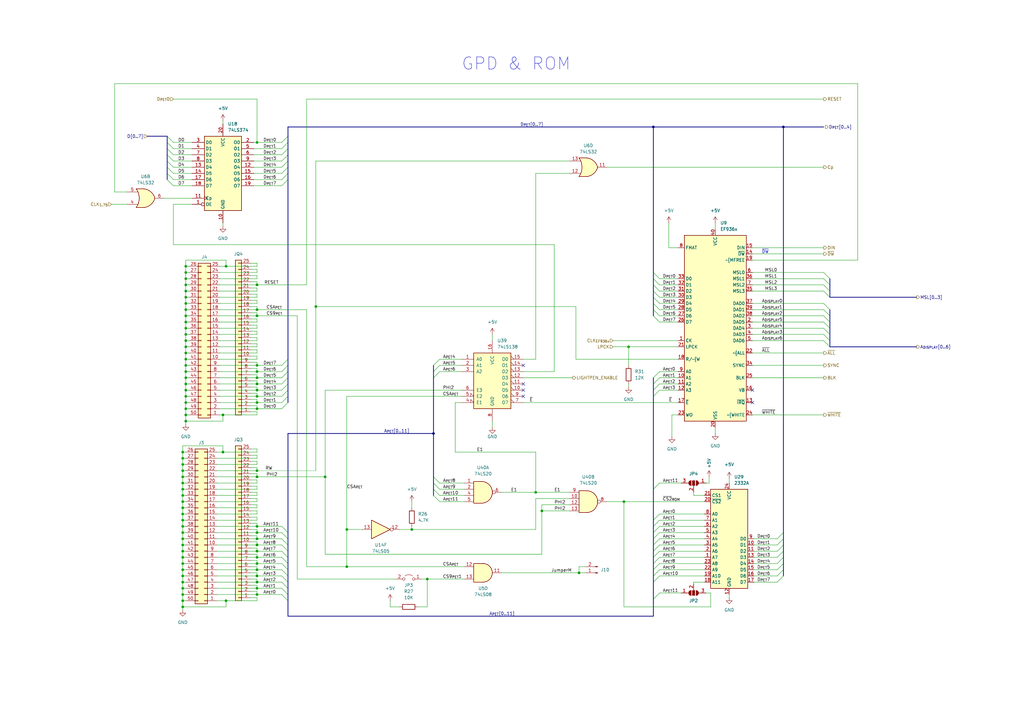
<source format=kicad_sch>
(kicad_sch (version 20230121) (generator eeschema)
  (paper "A3")
  (title_block (title "LOW SPEED GRAPHIK") (date "2022-03-13") (rev "V001") (comment 1 "reverse-engineered in 2022") (comment 2 "creativecommons.org/licenses/by/4.0/") (comment 3 "License: CC BY 4.0") (comment 4 "Author: InsaneDruid"))
  (junction (at 105.41 238.76))
  (junction (at 76.2 111.76))
  (junction (at 74.93 246.38))
  (junction (at 105.41 129.54))
  (junction (at 222.25 209.55))
  (junction (at 255.905 205.74))
  (junction (at 76.2 152.4))
  (junction (at 74.93 248.92))
  (junction (at 175.26 237.49))
  (junction (at 74.93 228.6))
  (junction (at 76.2 134.62))
  (junction (at 105.41 228.6))
  (junction (at 76.2 129.54))
  (junction (at 74.93 218.44))
  (junction (at 105.41 218.44))
  (junction (at 219.71 201.93))
  (junction (at 177.8 177.8))
  (junction (at 142.24 232.41))
  (junction (at 74.93 200.66))
  (junction (at 105.41 127))
  (junction (at 74.93 187.96))
  (junction (at 91.44 170.18))
  (junction (at 168.91 217.17))
  (junction (at 76.2 172.72))
  (junction (at 105.41 193.04))
  (junction (at 237.49 234.95))
  (junction (at 74.93 233.68))
  (junction (at 129.54 125.73))
  (junction (at 74.93 223.52))
  (junction (at 74.93 220.98))
  (junction (at 74.93 243.84))
  (junction (at 105.41 162.56))
  (junction (at 76.2 124.46))
  (junction (at 74.93 210.82))
  (junction (at 105.41 167.64))
  (junction (at 74.93 213.36))
  (junction (at 76.2 157.48))
  (junction (at 267.97 52.07))
  (junction (at 76.2 114.3))
  (junction (at 105.41 233.68))
  (junction (at 105.41 160.02))
  (junction (at 74.93 226.06))
  (junction (at 105.41 231.14))
  (junction (at 74.93 185.42))
  (junction (at 105.41 215.9))
  (junction (at 74.93 241.3))
  (junction (at 74.93 231.14))
  (junction (at 76.2 144.78))
  (junction (at 105.41 241.3))
  (junction (at 92.71 109.22))
  (junction (at 74.93 203.2))
  (junction (at 105.41 223.52))
  (junction (at 74.93 193.04))
  (junction (at 76.2 116.84))
  (junction (at 76.2 170.18))
  (junction (at 76.2 162.56))
  (junction (at 105.41 195.58))
  (junction (at 133.35 195.58))
  (junction (at 142.24 217.17))
  (junction (at 76.2 165.1))
  (junction (at 105.41 149.86))
  (junction (at 321.31 52.07))
  (junction (at 105.41 154.94))
  (junction (at 76.2 154.94))
  (junction (at 105.41 243.84))
  (junction (at 105.41 165.1))
  (junction (at 92.71 246.38))
  (junction (at 76.2 139.7))
  (junction (at 76.2 142.24))
  (junction (at 74.93 238.76))
  (junction (at 76.2 149.86))
  (junction (at 74.93 208.28))
  (junction (at 76.2 132.08))
  (junction (at 74.93 190.5))
  (junction (at 74.93 236.22))
  (junction (at 105.41 58.42))
  (junction (at 74.93 215.9))
  (junction (at 105.41 220.98))
  (junction (at 91.44 185.42))
  (junction (at 76.2 167.64))
  (junction (at 76.2 147.32))
  (junction (at 105.41 226.06))
  (junction (at 74.93 205.74))
  (junction (at 105.41 152.4))
  (junction (at 76.2 137.16))
  (junction (at 74.93 198.12))
  (junction (at 257.81 142.24))
  (junction (at 76.2 121.92))
  (junction (at 105.41 157.48))
  (junction (at 105.41 116.84))
  (junction (at 74.93 195.58))
  (junction (at 76.2 109.22))
  (junction (at 105.41 236.22))
  (junction (at 76.2 160.02))
  (junction (at 76.2 127))
  (junction (at 76.2 119.38))
  (no_connect (at 308.61 165.1))
  (no_connect (at 214.63 162.56))
  (no_connect (at 308.61 160.02))
  (no_connect (at 214.63 160.02))
  (no_connect (at 214.63 157.48))
  (no_connect (at 214.63 149.86))
  (bus_entry (at 267.97 245.745) (size 2.54 -2.54))
  (bus_entry (at 267.97 215.9) (size 2.54 -2.54))
  (bus_entry (at 118.11 241.3) (size -2.54 -2.54))
  (bus_entry (at 267.97 220.98) (size 2.54 -2.54))
  (bus_entry (at 118.11 228.6) (size -2.54 -2.54))
  (bus_entry (at 118.11 243.84) (size -2.54 -2.54))
  (bus_entry (at 267.97 233.68) (size 2.54 -2.54))
  (bus_entry (at 267.97 226.06) (size 2.54 -2.54))
  (bus_entry (at 318.77 223.52) (size 2.54 -2.54))
  (bus_entry (at 318.77 238.76) (size 2.54 -2.54))
  (bus_entry (at 318.77 236.22) (size 2.54 -2.54))
  (bus_entry (at 318.77 231.14) (size 2.54 -2.54))
  (bus_entry (at 318.77 233.68) (size 2.54 -2.54))
  (bus_entry (at 318.77 228.6) (size 2.54 -2.54))
  (bus_entry (at 118.11 220.98) (size -2.54 -2.54))
  (bus_entry (at 337.82 114.3) (size 2.54 2.54))
  (bus_entry (at 267.97 231.14) (size 2.54 -2.54))
  (bus_entry (at 267.97 154.94) (size 2.54 -2.54))
  (bus_entry (at 115.57 71.12) (size 2.54 -2.54))
  (bus_entry (at 115.57 76.2) (size 2.54 -2.54))
  (bus_entry (at 115.57 73.66) (size 2.54 -2.54))
  (bus_entry (at 115.57 66.04) (size 2.54 -2.54))
  (bus_entry (at 115.57 68.58) (size 2.54 -2.54))
  (bus_entry (at 115.57 63.5) (size 2.54 -2.54))
  (bus_entry (at 115.57 60.96) (size 2.54 -2.54))
  (bus_entry (at 115.57 58.42) (size 2.54 -2.54))
  (bus_entry (at 267.97 218.44) (size 2.54 -2.54))
  (bus_entry (at 118.11 246.38) (size -2.54 -2.54))
  (bus_entry (at 68.58 73.66) (size 2.54 2.54))
  (bus_entry (at 68.58 55.88) (size 2.54 2.54))
  (bus_entry (at 68.58 58.42) (size 2.54 2.54))
  (bus_entry (at 68.58 60.96) (size 2.54 2.54))
  (bus_entry (at 68.58 63.5) (size 2.54 2.54))
  (bus_entry (at 68.58 71.12) (size 2.54 2.54))
  (bus_entry (at 68.58 66.04) (size 2.54 2.54))
  (bus_entry (at 68.58 68.58) (size 2.54 2.54))
  (bus_entry (at 118.11 218.44) (size -2.54 -2.54))
  (bus_entry (at 337.82 119.38) (size 2.54 2.54))
  (bus_entry (at 267.97 236.22) (size 2.54 -2.54))
  (bus_entry (at 267.97 213.36) (size 2.54 -2.54))
  (bus_entry (at 118.11 223.52) (size -2.54 -2.54))
  (bus_entry (at 267.97 200.66) (size 2.54 -2.54))
  (bus_entry (at 118.11 233.68) (size -2.54 -2.54))
  (bus_entry (at 337.82 116.84) (size 2.54 2.54))
  (bus_entry (at 267.97 223.52) (size 2.54 -2.54))
  (bus_entry (at 118.11 231.14) (size -2.54 -2.54))
  (bus_entry (at 118.11 165.1) (size -2.54 2.54))
  (bus_entry (at 118.11 152.4) (size -2.54 2.54))
  (bus_entry (at 118.11 149.86) (size -2.54 2.54))
  (bus_entry (at 118.11 147.32) (size -2.54 2.54))
  (bus_entry (at 118.11 160.02) (size -2.54 2.54))
  (bus_entry (at 118.11 162.56) (size -2.54 2.54))
  (bus_entry (at 118.11 157.48) (size -2.54 2.54))
  (bus_entry (at 118.11 154.94) (size -2.54 2.54))
  (bus_entry (at 118.11 226.06) (size -2.54 -2.54))
  (bus_entry (at 177.8 203.2) (size 2.54 2.54))
  (bus_entry (at 177.8 198.12) (size 2.54 2.54))
  (bus_entry (at 177.8 195.58) (size 2.54 2.54))
  (bus_entry (at 177.8 200.66) (size 2.54 2.54))
  (bus_entry (at 180.34 147.32) (size -2.54 2.54))
  (bus_entry (at 180.34 149.86) (size -2.54 2.54))
  (bus_entry (at 180.34 152.4) (size -2.54 2.54))
  (bus_entry (at 267.97 160.02) (size 2.54 -2.54))
  (bus_entry (at 337.82 111.76) (size 2.54 2.54))
  (bus_entry (at 337.82 132.08) (size 2.54 2.54))
  (bus_entry (at 337.82 134.62) (size 2.54 2.54))
  (bus_entry (at 337.82 137.16) (size 2.54 2.54))
  (bus_entry (at 337.82 139.7) (size 2.54 2.54))
  (bus_entry (at 337.82 124.46) (size 2.54 2.54))
  (bus_entry (at 337.82 127) (size 2.54 2.54))
  (bus_entry (at 337.82 129.54) (size 2.54 2.54))
  (bus_entry (at 318.77 226.06) (size 2.54 -2.54))
  (bus_entry (at 118.11 236.22) (size -2.54 -2.54))
  (bus_entry (at 267.97 238.76) (size 2.54 -2.54))
  (bus_entry (at 267.97 157.48) (size 2.54 -2.54))
  (bus_entry (at 118.11 238.76) (size -2.54 -2.54))
  (bus_entry (at 270.51 132.08) (size -2.54 -2.54))
  (bus_entry (at 270.51 114.3) (size -2.54 -2.54))
  (bus_entry (at 270.51 116.84) (size -2.54 -2.54))
  (bus_entry (at 270.51 129.54) (size -2.54 -2.54))
  (bus_entry (at 270.51 127) (size -2.54 -2.54))
  (bus_entry (at 270.51 119.38) (size -2.54 -2.54))
  (bus_entry (at 270.51 121.92) (size -2.54 -2.54))
  (bus_entry (at 270.51 124.46) (size -2.54 -2.54))
  (bus_entry (at 267.97 162.56) (size 2.54 -2.54))
  (bus_entry (at 318.77 220.98) (size 2.54 -2.54))
  (bus_entry (at 267.97 228.6) (size 2.54 -2.54))
  (wire (pts (xy 105.41 198.12) (xy 105.41 196.85)))
  (wire (pts (xy 74.93 205.74) (xy 74.93 208.28)))
  (wire (pts (xy 74.93 233.68) (xy 74.93 236.22)))
  (wire (pts (xy 270.51 231.14) (xy 288.925 231.14)))
  (wire (pts (xy 290.83 198.12) (xy 290.83 195.58)))
  (wire (pts (xy 237.49 232.41) (xy 237.49 234.95)))
  (wire (pts (xy 351.79 34.29) (xy 351.79 106.68)))
  (bus (pts (xy 267.97 200.66) (xy 267.97 213.36)))
  (wire (pts (xy 105.41 167.64) (xy 105.41 166.37)))
  (wire (pts (xy 76.2 114.3) (xy 76.2 116.84)))
  (wire (pts (xy 309.245 220.98) (xy 318.77 220.98)))
  (bus (pts (xy 118.11 71.12) (xy 118.11 73.66)))
  (wire (pts (xy 142.24 162.56) (xy 189.23 162.56)))
  (wire (pts (xy 105.41 237.49) (xy 102.87 237.49)))
  (wire (pts (xy 105.41 129.54) (xy 105.41 128.27)))
  (wire (pts (xy 180.34 205.74) (xy 190.5 205.74)))
  (wire (pts (xy 74.93 208.28) (xy 74.93 210.82)))
  (wire (pts (xy 308.61 137.16) (xy 337.82 137.16)))
  (wire (pts (xy 105.41 223.52) (xy 115.57 223.52)))
  (wire (pts (xy 308.61 124.46) (xy 337.82 124.46)))
  (wire (pts (xy 105.41 195.58) (xy 105.41 194.31)))
  (bus (pts (xy 267.97 231.14) (xy 267.97 233.68)))
  (wire (pts (xy 105.41 210.82) (xy 105.41 209.55)))
  (bus (pts (xy 267.97 218.44) (xy 267.97 220.98)))
  (wire (pts (xy 142.24 162.56) (xy 142.24 217.17)))
  (wire (pts (xy 90.17 157.48) (xy 105.41 157.48)))
  (wire (pts (xy 105.41 233.68) (xy 115.57 233.68)))
  (wire (pts (xy 278.13 121.92) (xy 270.51 121.92)))
  (wire (pts (xy 91.44 185.42) (xy 105.41 185.42)))
  (bus (pts (xy 177.8 203.2) (xy 177.8 200.66)))
  (wire (pts (xy 76.2 160.02) (xy 77.47 160.02)))
  (wire (pts (xy 105.41 133.35) (xy 102.87 133.35)))
  (wire (pts (xy 76.2 215.9) (xy 74.93 215.9)))
  (wire (pts (xy 76.2 106.68) (xy 92.71 106.68)))
  (wire (pts (xy 88.9 208.28) (xy 105.41 208.28)))
  (wire (pts (xy 91.44 49.53) (xy 91.44 50.8)))
  (wire (pts (xy 105.41 245.11) (xy 102.87 245.11)))
  (wire (pts (xy 105.41 227.33) (xy 102.87 227.33)))
  (bus (pts (xy 267.97 119.38) (xy 267.97 121.92)))
  (wire (pts (xy 105.41 161.29) (xy 102.87 161.29)))
  (wire (pts (xy 214.63 147.32) (xy 219.71 147.32)))
  (wire (pts (xy 105.41 114.3) (xy 105.41 113.03)))
  (bus (pts (xy 267.97 124.46) (xy 267.97 127)))
  (bus (pts (xy 340.36 137.16) (xy 340.36 139.7)))
  (wire (pts (xy 251.46 139.7) (xy 278.13 139.7)))
  (wire (pts (xy 92.71 106.68) (xy 92.71 109.22)))
  (wire (pts (xy 104.14 68.58) (xy 115.57 68.58)))
  (wire (pts (xy 90.17 165.1) (xy 105.41 165.1)))
  (wire (pts (xy 105.41 187.96) (xy 105.41 186.69)))
  (wire (pts (xy 88.9 220.98) (xy 105.41 220.98)))
  (wire (pts (xy 77.47 116.84) (xy 76.2 116.84)))
  (wire (pts (xy 76.2 111.76) (xy 76.2 114.3)))
  (wire (pts (xy 77.47 127) (xy 76.2 127)))
  (wire (pts (xy 105.41 224.79) (xy 102.87 224.79)))
  (wire (pts (xy 308.61 101.6) (xy 337.82 101.6)))
  (wire (pts (xy 105.41 109.22) (xy 105.41 107.95)))
  (wire (pts (xy 74.93 182.88) (xy 91.44 182.88)))
  (wire (pts (xy 278.13 124.46) (xy 270.51 124.46)))
  (wire (pts (xy 77.47 109.22) (xy 76.2 109.22)))
  (wire (pts (xy 105.41 218.44) (xy 105.41 217.17)))
  (wire (pts (xy 74.93 236.22) (xy 74.93 238.76)))
  (bus (pts (xy 321.31 231.14) (xy 321.31 233.68)))
  (wire (pts (xy 180.34 149.86) (xy 189.23 149.86)))
  (wire (pts (xy 125.73 127) (xy 125.73 232.41)))
  (wire (pts (xy 201.93 137.16) (xy 201.93 139.7)))
  (bus (pts (xy 118.11 162.56) (xy 118.11 160.02)))
  (wire (pts (xy 278.13 129.54) (xy 270.51 129.54)))
  (wire (pts (xy 105.41 208.28) (xy 105.41 207.01)))
  (bus (pts (xy 68.58 60.96) (xy 68.58 63.5)))
  (wire (pts (xy 255.905 248.92) (xy 291.465 248.92)))
  (wire (pts (xy 171.45 248.92) (xy 175.26 248.92)))
  (wire (pts (xy 270.51 210.82) (xy 288.925 210.82)))
  (wire (pts (xy 88.9 205.74) (xy 105.41 205.74)))
  (wire (pts (xy 90.17 154.94) (xy 105.41 154.94)))
  (wire (pts (xy 76.2 167.64) (xy 77.47 167.64)))
  (wire (pts (xy 77.47 154.94) (xy 76.2 154.94)))
  (wire (pts (xy 90.17 127) (xy 105.41 127)))
  (wire (pts (xy 77.47 142.24) (xy 76.2 142.24)))
  (wire (pts (xy 288.925 203.2) (xy 284.48 203.2)))
  (bus (pts (xy 118.11 220.98) (xy 118.11 223.52)))
  (wire (pts (xy 46.99 34.29) (xy 351.79 34.29)))
  (wire (pts (xy 74.93 231.14) (xy 74.93 233.68)))
  (wire (pts (xy 105.41 127) (xy 125.73 127)))
  (wire (pts (xy 121.92 129.54) (xy 121.92 237.49)))
  (wire (pts (xy 105.41 231.14) (xy 105.41 229.87)))
  (wire (pts (xy 105.41 220.98) (xy 115.57 220.98)))
  (wire (pts (xy 121.92 237.49) (xy 162.56 237.49)))
  (wire (pts (xy 74.93 228.6) (xy 74.93 231.14)))
  (wire (pts (xy 74.93 213.36) (xy 74.93 215.9)))
  (bus (pts (xy 267.97 226.06) (xy 267.97 228.6)))
  (wire (pts (xy 180.34 198.12) (xy 190.5 198.12)))
  (bus (pts (xy 340.36 116.84) (xy 340.36 119.38)))
  (wire (pts (xy 88.9 238.76) (xy 105.41 238.76)))
  (wire (pts (xy 76.2 220.98) (xy 74.93 220.98)))
  (wire (pts (xy 291.465 243.205) (xy 289.56 243.205)))
  (wire (pts (xy 78.74 83.82) (xy 71.12 83.82)))
  (wire (pts (xy 275.59 170.18) (xy 275.59 179.07)))
  (bus (pts (xy 118.11 231.14) (xy 118.11 233.68)))
  (wire (pts (xy 308.61 132.08) (xy 337.82 132.08)))
  (wire (pts (xy 74.93 215.9) (xy 74.93 218.44)))
  (wire (pts (xy 308.61 129.54) (xy 337.82 129.54)))
  (bus (pts (xy 340.36 134.62) (xy 340.36 137.16)))
  (wire (pts (xy 76.2 241.3) (xy 74.93 241.3)))
  (wire (pts (xy 76.2 231.14) (xy 74.93 231.14)))
  (wire (pts (xy 105.41 115.57) (xy 102.87 115.57)))
  (wire (pts (xy 105.41 166.37) (xy 102.87 166.37)))
  (wire (pts (xy 76.2 170.18) (xy 76.2 172.72)))
  (wire (pts (xy 309.245 226.06) (xy 318.77 226.06)))
  (wire (pts (xy 105.41 191.77) (xy 102.87 191.77)))
  (wire (pts (xy 309.245 228.6) (xy 318.77 228.6)))
  (wire (pts (xy 105.41 163.83) (xy 102.87 163.83)))
  (wire (pts (xy 308.61 114.3) (xy 337.82 114.3)))
  (wire (pts (xy 76.2 154.94) (xy 76.2 157.48)))
  (wire (pts (xy 255.905 205.74) (xy 288.925 205.74)))
  (wire (pts (xy 284.48 201.93) (xy 284.48 203.2)))
  (wire (pts (xy 105.41 165.1) (xy 105.41 163.83)))
  (wire (pts (xy 76.2 238.76) (xy 74.93 238.76)))
  (wire (pts (xy 45.72 83.82) (xy 52.07 83.82)))
  (bus (pts (xy 321.31 52.07) (xy 337.82 52.07)))
  (wire (pts (xy 105.41 196.85) (xy 102.87 196.85)))
  (wire (pts (xy 91.44 91.44) (xy 91.44 92.71)))
  (wire (pts (xy 105.41 199.39) (xy 102.87 199.39)))
  (wire (pts (xy 88.9 215.9) (xy 105.41 215.9)))
  (wire (pts (xy 90.17 144.78) (xy 105.41 144.78)))
  (bus (pts (xy 177.8 200.66) (xy 177.8 198.12)))
  (wire (pts (xy 105.41 228.6) (xy 115.57 228.6)))
  (bus (pts (xy 267.97 238.76) (xy 267.97 245.745)))
  (wire (pts (xy 105.41 213.36) (xy 105.41 212.09)))
  (wire (pts (xy 77.47 114.3) (xy 76.2 114.3)))
  (wire (pts (xy 308.61 170.18) (xy 337.82 170.18)))
  (wire (pts (xy 76.2 233.68) (xy 74.93 233.68)))
  (wire (pts (xy 88.9 218.44) (xy 105.41 218.44)))
  (wire (pts (xy 105.41 132.08) (xy 105.41 130.81)))
  (wire (pts (xy 129.54 66.04) (xy 233.68 66.04)))
  (wire (pts (xy 278.13 160.02) (xy 270.51 160.02)))
  (wire (pts (xy 74.93 185.42) (xy 74.93 187.96)))
  (wire (pts (xy 255.905 205.74) (xy 255.905 248.92)))
  (wire (pts (xy 105.41 218.44) (xy 115.57 218.44)))
  (wire (pts (xy 309.245 238.76) (xy 318.77 238.76)))
  (wire (pts (xy 105.41 214.63) (xy 102.87 214.63)))
  (wire (pts (xy 219.71 71.12) (xy 233.68 71.12)))
  (wire (pts (xy 77.47 129.54) (xy 76.2 129.54)))
  (wire (pts (xy 180.34 152.4) (xy 189.23 152.4)))
  (wire (pts (xy 76.2 193.04) (xy 74.93 193.04)))
  (bus (pts (xy 118.11 226.06) (xy 118.11 228.6)))
  (wire (pts (xy 237.49 234.95) (xy 205.74 234.95)))
  (wire (pts (xy 92.71 246.38) (xy 105.41 246.38)))
  (wire (pts (xy 90.17 162.56) (xy 105.41 162.56)))
  (wire (pts (xy 90.17 147.32) (xy 105.41 147.32)))
  (wire (pts (xy 219.71 185.42) (xy 219.71 201.93)))
  (wire (pts (xy 278.13 101.6) (xy 274.32 101.6)))
  (wire (pts (xy 76.2 116.84) (xy 76.2 119.38)))
  (wire (pts (xy 91.44 170.18) (xy 105.41 170.18)))
  (bus (pts (xy 177.8 149.86) (xy 177.8 152.4)))
  (wire (pts (xy 293.37 91.44) (xy 293.37 93.98)))
  (wire (pts (xy 290.83 198.12) (xy 289.56 198.12)))
  (wire (pts (xy 214.63 154.94) (xy 234.95 154.94)))
  (wire (pts (xy 90.17 109.22) (xy 92.71 109.22)))
  (wire (pts (xy 105.41 168.91) (xy 102.87 168.91)))
  (wire (pts (xy 76.2 187.96) (xy 74.93 187.96)))
  (wire (pts (xy 222.25 209.55) (xy 233.68 209.55)))
  (wire (pts (xy 76.2 246.38) (xy 74.93 246.38)))
  (wire (pts (xy 270.51 226.06) (xy 288.925 226.06)))
  (wire (pts (xy 88.9 236.22) (xy 105.41 236.22)))
  (wire (pts (xy 105.41 240.03) (xy 102.87 240.03)))
  (wire (pts (xy 76.2 205.74) (xy 74.93 205.74)))
  (wire (pts (xy 71.12 100.33) (xy 227.33 100.33)))
  (bus (pts (xy 267.97 114.3) (xy 267.97 116.84)))
  (wire (pts (xy 105.41 113.03) (xy 102.87 113.03)))
  (wire (pts (xy 88.9 243.84) (xy 105.41 243.84)))
  (wire (pts (xy 133.35 195.58) (xy 133.35 227.33)))
  (wire (pts (xy 67.31 81.28) (xy 78.74 81.28)))
  (wire (pts (xy 142.24 217.17) (xy 142.24 232.41)))
  (bus (pts (xy 321.31 226.06) (xy 321.31 228.6)))
  (wire (pts (xy 76.2 173.99) (xy 76.2 172.72)))
  (wire (pts (xy 104.14 58.42) (xy 105.41 58.42)))
  (wire (pts (xy 299.085 243.84) (xy 299.085 245.11)))
  (bus (pts (xy 267.97 52.07) (xy 267.97 111.76)))
  (wire (pts (xy 105.41 200.66) (xy 105.41 199.39)))
  (wire (pts (xy 222.25 209.55) (xy 222.25 227.33)))
  (wire (pts (xy 105.41 243.84) (xy 105.41 242.57)))
  (wire (pts (xy 309.245 236.22) (xy 318.77 236.22)))
  (wire (pts (xy 270.51 236.22) (xy 288.925 236.22)))
  (wire (pts (xy 91.44 182.88) (xy 91.44 185.42)))
  (wire (pts (xy 76.2 226.06) (xy 74.93 226.06)))
  (wire (pts (xy 74.93 250.19) (xy 74.93 248.92)))
  (wire (pts (xy 105.41 58.42) (xy 115.57 58.42)))
  (wire (pts (xy 105.41 139.7) (xy 105.41 138.43)))
  (wire (pts (xy 71.12 63.5) (xy 78.74 63.5)))
  (wire (pts (xy 76.2 228.6) (xy 74.93 228.6)))
  (wire (pts (xy 46.99 34.29) (xy 46.99 78.74)))
  (bus (pts (xy 118.11 160.02) (xy 118.11 157.48)))
  (wire (pts (xy 76.2 137.16) (xy 76.2 139.7)))
  (bus (pts (xy 321.31 223.52) (xy 321.31 226.06)))
  (wire (pts (xy 105.41 137.16) (xy 90.17 137.16)))
  (wire (pts (xy 90.17 132.08) (xy 105.41 132.08)))
  (bus (pts (xy 267.97 245.745) (xy 267.97 252.73)))
  (wire (pts (xy 77.47 137.16) (xy 76.2 137.16)))
  (bus (pts (xy 177.8 195.58) (xy 177.8 198.12)))
  (wire (pts (xy 88.9 241.3) (xy 105.41 241.3)))
  (wire (pts (xy 92.71 109.22) (xy 105.41 109.22)))
  (wire (pts (xy 270.51 215.9) (xy 288.925 215.9)))
  (wire (pts (xy 278.13 127) (xy 270.51 127)))
  (wire (pts (xy 76.2 185.42) (xy 74.93 185.42)))
  (wire (pts (xy 309.245 231.14) (xy 318.77 231.14)))
  (bus (pts (xy 118.11 73.66) (xy 118.11 147.32)))
  (wire (pts (xy 77.47 157.48) (xy 76.2 157.48)))
  (wire (pts (xy 105.41 236.22) (xy 115.57 236.22)))
  (wire (pts (xy 88.9 185.42) (xy 91.44 185.42)))
  (wire (pts (xy 105.41 185.42) (xy 105.41 184.15)))
  (wire (pts (xy 248.92 205.74) (xy 255.905 205.74)))
  (wire (pts (xy 46.99 78.74) (xy 52.07 78.74)))
  (wire (pts (xy 219.71 217.17) (xy 219.71 204.47)))
  (wire (pts (xy 105.41 116.84) (xy 125.73 116.84)))
  (bus (pts (xy 118.11 66.04) (xy 118.11 68.58)))
  (bus (pts (xy 118.11 60.96) (xy 118.11 63.5)))
  (wire (pts (xy 71.12 58.42) (xy 78.74 58.42)))
  (bus (pts (xy 340.36 142.24) (xy 375.92 142.24)))
  (wire (pts (xy 236.22 147.32) (xy 278.13 147.32)))
  (bus (pts (xy 118.11 68.58) (xy 118.11 71.12)))
  (wire (pts (xy 175.26 237.49) (xy 190.5 237.49)))
  (bus (pts (xy 340.36 114.3) (xy 340.36 116.84)))
  (wire (pts (xy 76.2 165.1) (xy 76.2 162.56)))
  (wire (pts (xy 76.2 203.2) (xy 74.93 203.2)))
  (bus (pts (xy 118.11 52.07) (xy 118.11 55.88)))
  (wire (pts (xy 88.9 200.66) (xy 105.41 200.66)))
  (wire (pts (xy 125.73 232.41) (xy 142.24 232.41)))
  (wire (pts (xy 222.25 227.33) (xy 133.35 227.33)))
  (bus (pts (xy 267.97 220.98) (xy 267.97 223.52)))
  (wire (pts (xy 71.12 83.82) (xy 71.12 100.33)))
  (wire (pts (xy 90.17 152.4) (xy 105.41 152.4)))
  (bus (pts (xy 340.36 132.08) (xy 340.36 134.62)))
  (wire (pts (xy 105.41 156.21) (xy 102.87 156.21)))
  (wire (pts (xy 105.41 215.9) (xy 115.57 215.9)))
  (bus (pts (xy 118.11 58.42) (xy 118.11 60.96)))
  (wire (pts (xy 105.41 236.22) (xy 105.41 234.95)))
  (wire (pts (xy 270.51 116.84) (xy 278.13 116.84)))
  (wire (pts (xy 115.57 157.48) (xy 105.41 157.48)))
  (wire (pts (xy 270.51 213.36) (xy 288.925 213.36)))
  (wire (pts (xy 76.2 147.32) (xy 76.2 149.86)))
  (wire (pts (xy 74.93 238.76) (xy 74.93 241.3)))
  (wire (pts (xy 115.57 154.94) (xy 105.41 154.94)))
  (bus (pts (xy 340.36 139.7) (xy 340.36 142.24)))
  (wire (pts (xy 105.41 128.27) (xy 102.87 128.27)))
  (wire (pts (xy 88.9 187.96) (xy 105.41 187.96)))
  (wire (pts (xy 105.41 226.06) (xy 115.57 226.06)))
  (bus (pts (xy 267.97 228.6) (xy 267.97 231.14)))
  (wire (pts (xy 74.93 185.42) (xy 74.93 182.88)))
  (wire (pts (xy 76.2 109.22) (xy 76.2 111.76)))
  (wire (pts (xy 88.9 223.52) (xy 105.41 223.52)))
  (bus (pts (xy 340.36 121.92) (xy 375.92 121.92)))
  (wire (pts (xy 219.71 71.12) (xy 219.71 147.32)))
  (wire (pts (xy 270.51 220.98) (xy 288.925 220.98)))
  (wire (pts (xy 88.9 193.04) (xy 105.41 193.04)))
  (wire (pts (xy 76.2 208.28) (xy 74.93 208.28)))
  (wire (pts (xy 309.245 223.52) (xy 318.77 223.52)))
  (wire (pts (xy 88.9 226.06) (xy 105.41 226.06)))
  (wire (pts (xy 77.47 149.86) (xy 76.2 149.86)))
  (wire (pts (xy 270.51 218.44) (xy 288.925 218.44)))
  (wire (pts (xy 76.2 190.5) (xy 74.93 190.5)))
  (wire (pts (xy 77.47 147.32) (xy 76.2 147.32)))
  (wire (pts (xy 88.9 190.5) (xy 105.41 190.5)))
  (wire (pts (xy 76.2 134.62) (xy 76.2 137.16)))
  (wire (pts (xy 77.47 144.78) (xy 76.2 144.78)))
  (bus (pts (xy 118.11 236.22) (xy 118.11 238.76)))
  (wire (pts (xy 90.17 121.92) (xy 105.41 121.92)))
  (bus (pts (xy 118.11 63.5) (xy 118.11 66.04)))
  (wire (pts (xy 105.41 193.04) (xy 105.41 191.77)))
  (wire (pts (xy 236.22 125.73) (xy 129.54 125.73)))
  (wire (pts (xy 278.13 170.18) (xy 275.59 170.18)))
  (wire (pts (xy 105.41 222.25) (xy 102.87 222.25)))
  (bus (pts (xy 267.97 223.52) (xy 267.97 226.06)))
  (wire (pts (xy 90.17 119.38) (xy 105.41 119.38)))
  (wire (pts (xy 104.14 66.04) (xy 115.57 66.04)))
  (wire (pts (xy 105.41 193.04) (xy 129.54 193.04)) (stroke (width 0.1)))
  (wire (pts (xy 104.14 76.2) (xy 115.57 76.2)))
  (wire (pts (xy 278.13 119.38) (xy 270.51 119.38)))
  (bus (pts (xy 118.11 218.44) (xy 118.11 220.98)))
  (bus (pts (xy 267.97 154.94) (xy 267.97 157.48)))
  (wire (pts (xy 105.41 219.71) (xy 102.87 219.71)))
  (wire (pts (xy 115.57 160.02) (xy 105.41 160.02)))
  (wire (pts (xy 76.2 160.02) (xy 76.2 162.56)))
  (wire (pts (xy 74.93 187.96) (xy 74.93 190.5)))
  (wire (pts (xy 88.9 195.58) (xy 105.41 195.58)))
  (wire (pts (xy 105.41 146.05) (xy 102.87 146.05)))
  (wire (pts (xy 129.54 125.73) (xy 129.54 193.04)))
  (wire (pts (xy 168.91 215.9) (xy 168.91 217.17)))
  (wire (pts (xy 74.93 246.38) (xy 74.93 248.92)))
  (wire (pts (xy 77.47 124.46) (xy 76.2 124.46)))
  (wire (pts (xy 90.17 139.7) (xy 105.41 139.7)))
  (wire (pts (xy 105.41 246.38) (xy 105.41 245.11)))
  (wire (pts (xy 172.72 237.49) (xy 175.26 237.49)))
  (wire (pts (xy 233.68 201.93) (xy 219.71 201.93)))
  (wire (pts (xy 71.12 71.12) (xy 78.74 71.12)))
  (wire (pts (xy 105.41 116.84) (xy 105.41 115.57)))
  (wire (pts (xy 104.14 73.66) (xy 115.57 73.66)))
  (wire (pts (xy 105.41 220.98) (xy 105.41 219.71)))
  (wire (pts (xy 105.41 149.86) (xy 105.41 148.59)))
  (wire (pts (xy 270.51 243.205) (xy 279.4 243.205)))
  (wire (pts (xy 76.2 121.92) (xy 76.2 124.46)))
  (wire (pts (xy 105.41 234.95) (xy 102.87 234.95)))
  (wire (pts (xy 308.61 139.7) (xy 337.82 139.7)))
  (wire (pts (xy 293.37 175.26) (xy 293.37 177.8)))
  (wire (pts (xy 219.71 204.47) (xy 233.68 204.47)))
  (wire (pts (xy 299.085 196.215) (xy 299.085 198.12)))
  (wire (pts (xy 105.41 157.48) (xy 105.41 156.21)))
  (wire (pts (xy 76.2 210.82) (xy 74.93 210.82)))
  (wire (pts (xy 77.47 170.18) (xy 76.2 170.18)))
  (wire (pts (xy 308.61 154.94) (xy 337.82 154.94)))
  (wire (pts (xy 240.03 234.95) (xy 237.49 234.95)))
  (wire (pts (xy 76.2 124.46) (xy 76.2 127)))
  (wire (pts (xy 133.35 160.02) (xy 189.23 160.02)))
  (wire (pts (xy 270.51 233.68) (xy 288.925 233.68)))
  (wire (pts (xy 105.41 194.31) (xy 102.87 194.31)))
  (bus (pts (xy 267.97 252.73) (xy 118.11 252.73)))
  (wire (pts (xy 76.2 195.58) (xy 74.93 195.58)))
  (wire (pts (xy 77.47 119.38) (xy 76.2 119.38)))
  (wire (pts (xy 91.44 172.72) (xy 91.44 170.18)))
  (wire (pts (xy 105.41 184.15) (xy 102.87 184.15)))
  (wire (pts (xy 105.41 135.89) (xy 102.87 135.89)))
  (wire (pts (xy 90.17 170.18) (xy 91.44 170.18)))
  (wire (pts (xy 88.9 198.12) (xy 105.41 198.12)))
  (wire (pts (xy 105.41 134.62) (xy 105.41 133.35)))
  (wire (pts (xy 180.34 200.66) (xy 190.5 200.66)))
  (wire (pts (xy 201.93 172.72) (xy 201.93 175.26)))
  (wire (pts (xy 308.61 149.86) (xy 337.82 149.86)))
  (wire (pts (xy 74.93 195.58) (xy 74.93 198.12)))
  (wire (pts (xy 168.91 217.17) (xy 219.71 217.17)))
  (bus (pts (xy 267.97 127) (xy 267.97 129.54)))
  (wire (pts (xy 74.93 243.84) (xy 74.93 246.38)))
  (wire (pts (xy 71.12 60.96) (xy 78.74 60.96)))
  (wire (pts (xy 180.34 203.2) (xy 190.5 203.2)))
  (wire (pts (xy 74.93 223.52) (xy 74.93 226.06)))
  (wire (pts (xy 105.41 238.76) (xy 115.57 238.76)))
  (wire (pts (xy 105.41 160.02) (xy 105.41 158.75)))
  (wire (pts (xy 88.9 228.6) (xy 105.41 228.6)))
  (wire (pts (xy 291.465 248.92) (xy 291.465 243.205)))
  (wire (pts (xy 168.91 205.74) (xy 168.91 208.28)))
  (bus (pts (xy 68.58 58.42) (xy 68.58 60.96)))
  (wire (pts (xy 115.57 167.64) (xy 105.41 167.64)))
  (wire (pts (xy 77.47 134.62) (xy 76.2 134.62)))
  (wire (pts (xy 105.41 147.32) (xy 105.41 146.05)))
  (bus (pts (xy 177.8 177.8) (xy 177.8 195.58)))
  (wire (pts (xy 105.41 140.97) (xy 102.87 140.97)))
  (wire (pts (xy 105.41 111.76) (xy 105.41 110.49)))
  (wire (pts (xy 308.61 134.62) (xy 337.82 134.62)))
  (wire (pts (xy 160.02 248.92) (xy 163.83 248.92)))
  (bus (pts (xy 68.58 71.12) (xy 68.58 73.66)))
  (wire (pts (xy 257.81 142.24) (xy 257.81 149.86)))
  (wire (pts (xy 105.41 143.51) (xy 102.87 143.51)))
  (wire (pts (xy 90.17 160.02) (xy 105.41 160.02)))
  (bus (pts (xy 118.11 154.94) (xy 118.11 157.48)))
  (wire (pts (xy 278.13 132.08) (xy 270.51 132.08)))
  (wire (pts (xy 278.13 114.3) (xy 270.51 114.3)))
  (bus (pts (xy 267.97 215.9) (xy 267.97 218.44)))
  (wire (pts (xy 308.61 104.14) (xy 337.82 104.14)))
  (wire (pts (xy 88.9 231.14) (xy 105.41 231.14)))
  (wire (pts (xy 76.2 236.22) (xy 74.93 236.22)))
  (wire (pts (xy 105.41 231.14) (xy 115.57 231.14)))
  (wire (pts (xy 104.14 60.96) (xy 115.57 60.96)))
  (bus (pts (xy 118.11 238.76) (xy 118.11 241.3)))
  (wire (pts (xy 105.41 203.2) (xy 105.41 201.93)))
  (wire (pts (xy 76.2 200.66) (xy 74.93 200.66)))
  (wire (pts (xy 105.41 229.87) (xy 102.87 229.87)))
  (wire (pts (xy 104.14 63.5) (xy 115.57 63.5)))
  (wire (pts (xy 76.2 127) (xy 76.2 129.54)))
  (wire (pts (xy 115.57 149.86) (xy 105.41 149.86)))
  (wire (pts (xy 278.13 157.48) (xy 270.51 157.48)))
  (bus (pts (xy 267.97 233.68) (xy 267.97 236.22)))
  (bus (pts (xy 267.97 111.76) (xy 267.97 114.3)))
  (wire (pts (xy 77.47 111.76) (xy 76.2 111.76)))
  (bus (pts (xy 118.11 177.8) (xy 118.11 218.44)))
  (wire (pts (xy 90.17 124.46) (xy 105.41 124.46)))
  (wire (pts (xy 105.41 170.18) (xy 105.41 168.91)))
  (bus (pts (xy 267.97 52.07) (xy 321.31 52.07)))
  (wire (pts (xy 105.41 204.47) (xy 102.87 204.47)))
  (bus (pts (xy 267.97 162.56) (xy 267.97 200.66)))
  (wire (pts (xy 142.24 232.41) (xy 190.5 232.41)))
  (wire (pts (xy 105.41 40.64) (xy 105.41 58.42)))
  (wire (pts (xy 74.93 198.12) (xy 74.93 200.66)))
  (wire (pts (xy 105.41 158.75) (xy 102.87 158.75)))
  (wire (pts (xy 77.47 139.7) (xy 76.2 139.7)))
  (wire (pts (xy 205.74 201.93) (xy 219.71 201.93)))
  (wire (pts (xy 76.2 129.54) (xy 76.2 132.08)))
  (wire (pts (xy 257.81 142.24) (xy 278.13 142.24)))
  (bus (pts (xy 321.31 52.07) (xy 321.31 218.44)))
  (wire (pts (xy 105.41 217.17) (xy 102.87 217.17)))
  (wire (pts (xy 142.24 217.17) (xy 148.59 217.17)))
  (wire (pts (xy 105.41 138.43) (xy 102.87 138.43)))
  (wire (pts (xy 278.13 152.4) (xy 270.51 152.4)))
  (wire (pts (xy 105.41 223.52) (xy 105.41 222.25)))
  (wire (pts (xy 284.48 238.76) (xy 284.48 239.395)))
  (bus (pts (xy 267.97 121.92) (xy 267.97 124.46)))
  (wire (pts (xy 105.41 142.24) (xy 105.41 140.97)))
  (wire (pts (xy 90.17 116.84) (xy 105.41 116.84)))
  (wire (pts (xy 115.57 165.1) (xy 105.41 165.1)))
  (wire (pts (xy 125.73 40.64) (xy 125.73 116.84)))
  (wire (pts (xy 74.93 193.04) (xy 74.93 195.58)))
  (wire (pts (xy 175.26 248.92) (xy 175.26 237.49)))
  (bus (pts (xy 118.11 165.1) (xy 118.11 162.56)))
  (wire (pts (xy 308.61 116.84) (xy 337.82 116.84)))
  (wire (pts (xy 92.71 248.92) (xy 92.71 246.38)))
  (bus (pts (xy 68.58 68.58) (xy 68.58 71.12)))
  (wire (pts (xy 160.02 246.38) (xy 160.02 248.92)))
  (wire (pts (xy 90.17 111.76) (xy 105.41 111.76)))
  (wire (pts (xy 115.57 162.56) (xy 105.41 162.56)))
  (bus (pts (xy 118.11 152.4) (xy 118.11 149.86)))
  (wire (pts (xy 105.41 189.23) (xy 102.87 189.23)))
  (wire (pts (xy 90.17 142.24) (xy 105.41 142.24)))
  (wire (pts (xy 71.12 73.66) (xy 78.74 73.66)))
  (bus (pts (xy 118.11 233.68) (xy 118.11 236.22)))
  (bus (pts (xy 340.36 129.54) (xy 340.36 132.08)))
  (wire (pts (xy 308.61 127) (xy 337.82 127)))
  (wire (pts (xy 71.12 66.04) (xy 78.74 66.04)))
  (wire (pts (xy 76.2 139.7) (xy 76.2 142.24)))
  (bus (pts (xy 118.11 177.8) (xy 177.8 177.8)))
  (wire (pts (xy 105.41 241.3) (xy 105.41 240.03)))
  (wire (pts (xy 76.2 152.4) (xy 76.2 154.94)))
  (wire (pts (xy 105.41 233.68) (xy 105.41 232.41)))
  (wire (pts (xy 71.12 40.64) (xy 105.41 40.64)))
  (bus (pts (xy 118.11 246.38) (xy 118.11 243.84)))
  (wire (pts (xy 227.33 100.33) (xy 227.33 152.4)))
  (wire (pts (xy 105.41 120.65) (xy 102.87 120.65)))
  (wire (pts (xy 163.83 217.17) (xy 168.91 217.17)))
  (wire (pts (xy 105.41 243.84) (xy 115.57 243.84)))
  (wire (pts (xy 74.93 200.66) (xy 74.93 203.2)))
  (wire (pts (xy 105.41 127) (xy 105.41 125.73)))
  (wire (pts (xy 105.41 238.76) (xy 105.41 237.49)))
  (bus (pts (xy 118.11 152.4) (xy 118.11 154.94)))
  (bus (pts (xy 68.58 66.04) (xy 68.58 68.58)))
  (wire (pts (xy 105.41 228.6) (xy 105.41 227.33)))
  (wire (pts (xy 76.2 243.84) (xy 74.93 243.84)))
  (wire (pts (xy 257.81 157.48) (xy 257.81 158.75)))
  (bus (pts (xy 267.97 160.02) (xy 267.97 162.56)))
  (wire (pts (xy 186.69 165.1) (xy 189.23 165.1)))
  (wire (pts (xy 76.2 157.48) (xy 76.2 160.02)))
  (wire (pts (xy 76.2 165.1) (xy 76.2 167.64)))
  (wire (pts (xy 308.61 144.78) (xy 337.82 144.78)))
  (wire (pts (xy 88.9 203.2) (xy 105.41 203.2)))
  (wire (pts (xy 284.48 238.76) (xy 288.925 238.76)))
  (wire (pts (xy 88.9 210.82) (xy 105.41 210.82)))
  (wire (pts (xy 236.22 147.32) (xy 236.22 125.73)))
  (wire (pts (xy 270.51 198.12) (xy 279.4 198.12)))
  (wire (pts (xy 308.61 119.38) (xy 337.82 119.38)))
  (wire (pts (xy 105.41 125.73) (xy 102.87 125.73)))
  (wire (pts (xy 105.41 148.59) (xy 102.87 148.59)))
  (wire (pts (xy 76.2 119.38) (xy 76.2 121.92)))
  (wire (pts (xy 71.12 76.2) (xy 78.74 76.2)))
  (wire (pts (xy 76.2 142.24) (xy 76.2 144.78)))
  (wire (pts (xy 76.2 223.52) (xy 74.93 223.52)))
  (wire (pts (xy 105.41 215.9) (xy 105.41 214.63)))
  (wire (pts (xy 125.73 40.64) (xy 337.82 40.64)))
  (wire (pts (xy 274.32 91.44) (xy 274.32 101.6)))
  (wire (pts (xy 105.41 110.49) (xy 102.87 110.49)))
  (wire (pts (xy 71.12 68.58) (xy 78.74 68.58)))
  (wire (pts (xy 105.41 212.09) (xy 102.87 212.09)))
  (wire (pts (xy 90.17 149.86) (xy 105.41 149.86)))
  (wire (pts (xy 77.47 121.92) (xy 76.2 121.92)))
  (wire (pts (xy 74.93 210.82) (xy 74.93 213.36)))
  (wire (pts (xy 278.13 154.94) (xy 270.51 154.94)))
  (wire (pts (xy 105.41 232.41) (xy 102.87 232.41)))
  (bus (pts (xy 118.11 243.84) (xy 118.11 241.3)))
  (wire (pts (xy 308.61 111.76) (xy 337.82 111.76)))
  (wire (pts (xy 105.41 118.11) (xy 102.87 118.11)))
  (wire (pts (xy 105.41 190.5) (xy 105.41 189.23)))
  (wire (pts (xy 74.93 220.98) (xy 74.93 223.52)))
  (bus (pts (xy 60.325 55.88) (xy 68.58 55.88)))
  (wire (pts (xy 270.51 223.52) (xy 288.925 223.52)))
  (wire (pts (xy 214.63 152.4) (xy 227.33 152.4)))
  (wire (pts (xy 308.61 106.68) (xy 351.79 106.68)))
  (wire (pts (xy 186.69 185.42) (xy 219.71 185.42)))
  (wire (pts (xy 74.93 248.92) (xy 92.71 248.92)))
  (bus (pts (xy 118.11 246.38) (xy 118.11 252.73)))
  (bus (pts (xy 267.97 236.22) (xy 267.97 238.76)))
  (bus (pts (xy 118.11 55.88) (xy 118.11 58.42)))
  (wire (pts (xy 105.41 153.67) (xy 102.87 153.67)))
  (bus (pts (xy 177.8 152.4) (xy 177.8 154.94)))
  (wire (pts (xy 76.2 109.22) (xy 76.2 106.68)))
  (bus (pts (xy 118.11 223.52) (xy 118.11 226.06)))
  (wire (pts (xy 251.46 142.24) (xy 257.81 142.24)))
  (wire (pts (xy 88.9 246.38) (xy 92.71 246.38)))
  (wire (pts (xy 186.69 165.1) (xy 186.69 185.42)))
  (wire (pts (xy 309.245 233.68) (xy 318.77 233.68)))
  (wire (pts (xy 105.41 151.13) (xy 102.87 151.13)))
  (bus (pts (xy 321.31 220.98) (xy 321.31 223.52)))
  (wire (pts (xy 105.41 123.19) (xy 102.87 123.19)))
  (wire (pts (xy 74.93 218.44) (xy 74.93 220.98)))
  (wire (pts (xy 76.2 218.44) (xy 74.93 218.44)))
  (bus (pts (xy 321.31 233.68) (xy 321.31 236.22)))
  (wire (pts (xy 74.93 226.06) (xy 74.93 228.6)))
  (wire (pts (xy 248.92 68.58) (xy 337.82 68.58)))
  (wire (pts (xy 115.57 152.4) (xy 105.41 152.4)))
  (wire (pts (xy 90.17 167.64) (xy 105.41 167.64)))
  (wire (pts (xy 90.17 114.3) (xy 105.41 114.3)))
  (wire (pts (xy 105.41 207.01) (xy 102.87 207.01)))
  (wire (pts (xy 77.47 165.1) (xy 76.2 165.1)))
  (wire (pts (xy 105.41 241.3) (xy 115.57 241.3)))
  (wire (pts (xy 105.41 209.55) (xy 102.87 209.55)))
  (bus (pts (xy 118.11 52.07) (xy 267.97 52.07)))
  (wire (pts (xy 76.2 170.18) (xy 76.2 167.64)))
  (wire (pts (xy 90.17 134.62) (xy 105.41 134.62)))
  (wire (pts (xy 105.41 154.94) (xy 105.41 153.67)))
  (wire (pts (xy 76.2 132.08) (xy 76.2 134.62)))
  (wire (pts (xy 105.41 152.4) (xy 105.41 151.13)))
  (bus (pts (xy 68.58 55.88) (xy 68.58 58.42)))
  (wire (pts (xy 105.41 129.54) (xy 121.92 129.54)))
  (wire (pts (xy 105.41 121.92) (xy 105.41 120.65)))
  (wire (pts (xy 74.93 241.3) (xy 74.93 243.84)))
  (wire (pts (xy 105.41 107.95) (xy 102.87 107.95)))
  (wire (pts (xy 74.93 190.5) (xy 74.93 193.04)))
  (wire (pts (xy 180.34 147.32) (xy 189.23 147.32)))
  (bus (pts (xy 340.36 119.38) (xy 340.36 121.92)))
  (wire (pts (xy 76.2 162.56) (xy 77.47 162.56)))
  (wire (pts (xy 105.41 162.56) (xy 105.41 161.29)))
  (bus (pts (xy 321.31 228.6) (xy 321.31 231.14)))
  (wire (pts (xy 88.9 213.36) (xy 105.41 213.36)))
  (wire (pts (xy 77.47 132.08) (xy 76.2 132.08)))
  (wire (pts (xy 222.25 207.01) (xy 222.25 209.55)))
  (wire (pts (xy 129.54 66.04) (xy 129.54 125.73)))
  (wire (pts (xy 105.41 130.81) (xy 102.87 130.81)))
  (bus (pts (xy 321.31 218.44) (xy 321.31 220.98)))
  (wire (pts (xy 74.93 203.2) (xy 74.93 205.74)))
  (bus (pts (xy 267.97 116.84) (xy 267.97 119.38)))
  (bus (pts (xy 340.36 127) (xy 340.36 129.54)))
  (wire (pts (xy 270.51 228.6) (xy 288.925 228.6)))
  (wire (pts (xy 105.41 144.78) (xy 105.41 143.51)))
  (wire (pts (xy 104.14 71.12) (xy 115.57 71.12)))
  (wire (pts (xy 105.41 201.93) (xy 102.87 201.93)))
  (wire (pts (xy 88.9 233.68) (xy 105.41 233.68)))
  (wire (pts (xy 105.41 226.06) (xy 105.41 224.79)))
  (wire (pts (xy 76.2 198.12) (xy 74.93 198.12)))
  (wire (pts (xy 214.63 165.1) (xy 278.13 165.1)))
  (wire (pts (xy 76.2 172.72) (xy 91.44 172.72)))
  (wire (pts (xy 105.41 205.74) (xy 105.41 204.47)))
  (wire (pts (xy 90.17 129.54) (xy 105.41 129.54)))
  (wire (pts (xy 76.2 144.78) (xy 76.2 147.32)))
  (wire (pts (xy 233.68 207.01) (xy 222.25 207.01)))
  (wire (pts (xy 105.41 119.38) (xy 105.41 118.11)))
  (wire (pts (xy 76.2 213.36) (xy 74.93 213.36)))
  (bus (pts (xy 68.58 63.5) (xy 68.58 66.04)))
  (bus (pts (xy 118.11 149.86) (xy 118.11 147.32)))
  (wire (pts (xy 105.41 137.16) (xy 105.41 135.89)))
  (wire (pts (xy 133.35 160.02) (xy 133.35 195.58)))
  (bus (pts (xy 177.8 154.94) (xy 177.8 177.8)))
  (bus (pts (xy 267.97 157.48) (xy 267.97 160.02)))
  (bus (pts (xy 118.11 228.6) (xy 118.11 231.14)))
  (wire (pts (xy 105.41 124.46) (xy 105.41 123.19)))
  (wire (pts (xy 105.41 195.58) (xy 133.35 195.58)))
  (wire (pts (xy 105.41 186.69) (xy 102.87 186.69)))
  (bus (pts (xy 267.97 213.36) (xy 267.97 215.9)))
  (wire (pts (xy 240.03 232.41) (xy 237.49 232.41)))
  (wire (pts (xy 105.41 242.57) (xy 102.87 242.57)))
  (wire (pts (xy 77.47 152.4) (xy 76.2 152.4)))
  (wire (pts (xy 76.2 149.86) (xy 76.2 152.4)))
  (text "GPD & ROM" (at 189.23 29.21 0) (effects (font (size 5 5)) (justify left bottom)))
  (text "~{DW}" (at 312.42 104.14 0) (effects (font (size 1.27 1.27)) (justify left bottom)))
  (label "MSL0" (at 313.69 111.76 0))
  (label "A_{PET}5" (at 271.78 223.52 0))
  (label "D_{PET}6" (at 107.95 73.66 0))
  (label "D_{PET}2" (at 107.95 63.5 0))
  (label "D3" (at 73.025 66.04 0))
  (label "A_{PET}9" (at 181.61 200.66 0))
  (label "A_{PET}0" (at 271.78 152.4 0))
  (label "RESET" (at 114.3 116.84 180))
  (label "D_{PET}4" (at 107.95 157.48 0))
  (label "D_{PET}3" (at 107.95 66.04 0))
  (label "PHI2" (at 181.61 160.02 0))
  (label "D_{PET}7" (at 310.515 238.76 0))
  (label "D_{PET}5" (at 107.95 71.12 0))
  (label "D4" (at 73.025 68.58 0))
  (label "D_{PET}5" (at 107.95 154.94 0))
  (label "A_{PET}5" (at 181.61 149.86 0))
  (label "A_{PET}11" (at 271.78 198.12 0))
  (label "A_{PET}1" (at 271.78 213.36 0))
  (label "D5" (at 73.025 71.12 0))
  (label "A_{PET}6" (at 271.78 226.06 0))
  (label "~{CS2}_{ROM}" (at 271.78 205.74 0))
  (label "~{E}" (at 274.32 165.1 0))
  (label "CS9_{PET}1" (at 181.61 237.49 0))
  (label "D_{PET}3" (at 310.515 228.6 0))
  (label "A_{PET}3" (at 271.78 218.44 0))
  (label "A_{DISPLAY}6" (at 312.42 139.7 0))
  (label "D_{PET}2" (at 107.95 162.56 0))
  (label "D_{PET}0" (at 107.95 58.42 0))
  (label "A_{PET}9" (at 271.78 233.68 0))
  (label "~{E}" (at 217.17 165.1 0))
  (label "A_{DISPLAY}2" (at 312.42 129.54 0))
  (label "~{ALL}" (at 312.42 144.78 0))
  (label "A_{PET}3" (at 107.95 236.22 0))
  (label "D_{PET}4" (at 271.78 124.46 0))
  (label "A_{PET}4" (at 107.95 233.68 0))
  (label "D_{PET}0" (at 271.78 114.3 0))
  (label "RW" (at 111.76 193.04 180))
  (label "CSA_{PET}" (at 181.61 162.56 0))
  (label "CS9_{PET}" (at 109.22 129.54 0))
  (label "CSA_{PET}" (at 142.24 200.66 0))
  (label "A_{PET}4" (at 181.61 147.32 0))
  (label "D_{PET}0" (at 107.95 167.64 0))
  (label "CSA_{PET}" (at 181.61 232.41 0))
  (label "A_{PET}4" (at 271.78 220.98 0))
  (label "E1" (at 227.33 201.93 0))
  (label "MSL2" (at 313.69 116.84 0))
  (label "D_{PET}1" (at 107.95 60.96 0))
  (label "D_{PET}3" (at 271.78 121.92 0))
  (label "A_{PET}2" (at 107.95 238.76 0))
  (label "A_{PET}9" (at 107.95 220.98 0))
  (label "MSL3" (at 313.69 119.38 0))
  (label "A_{PET}10" (at 181.61 203.2 0))
  (label "A_{DISPLAY}0" (at 312.42 124.46 0))
  (label "D_{PET}4" (at 310.515 231.14 0))
  (label "A_{PET}3" (at 271.78 160.02 0))
  (label "A_{PET}11" (at 181.61 205.74 0))
  (label "A_{PET}[0..11]" (at 157.48 177.8 0))
  (label "D_{PET}2" (at 271.78 119.38 0))
  (label "D_{PET}2" (at 310.515 226.06 0))
  (label "PHI2" (at 227.33 207.01 0))
  (label "D_{PET}1" (at 271.78 116.84 0))
  (label "D_{PET}3" (at 107.95 160.02 0))
  (label "A_{PET}6" (at 181.61 152.4 0))
  (label "D_{PET}6" (at 271.78 129.54 0))
  (label "A_{DISPLAY}5" (at 312.42 132.08 0))
  (label "D_{PET}4" (at 107.95 68.58 0))
  (label "A_{PET}0" (at 107.95 243.84 0))
  (label "PHI2" (at 227.33 209.55 0))
  (label "CSA_{PET}" (at 109.22 127 0))
  (label "D_{PET}1" (at 107.95 165.1 0))
  (label "PHI2" (at 109.22 195.58 0))
  (label "A_{PET}8" (at 107.95 223.52 0))
  (label "D_{PET}7" (at 271.78 132.08 0))
  (label "E1" (at 209.55 201.93 0))
  (label "D_{PET}6" (at 107.95 152.4 0))
  (label "A_{PET}2" (at 271.78 157.48 0))
  (label "D6" (at 73.025 73.66 0))
  (label "D_{PET}[0..7]" (at 213.36 52.07 0))
  (label "A_{PET}6" (at 107.95 228.6 0))
  (label "A_{PET}0" (at 271.78 210.82 0))
  (label "A_{DISPLAY}1" (at 312.42 127 0))
  (label "JumperM" (at 226.06 234.95 0))
  (label "D_{PET}6" (at 310.515 236.22 0))
  (label "A_{PET}[0..11]" (at 200.66 252.73 0))
  (label "D_{PET}1" (at 310.515 223.52 0))
  (label "D_{PET}7" (at 107.95 149.86 0))
  (label "D_{PET}5" (at 310.515 233.68 0))
  (label "A_{DISPLAY}4" (at 312.42 134.62 0))
  (label "D_{PET}5" (at 271.78 127 0))
  (label "E1" (at 195.58 185.42 0))
  (label "D2" (at 73.025 63.5 0))
  (label "A_{PET}10" (at 107.95 218.44 0))
  (label "D_{PET}7" (at 107.95 76.2 0))
  (label "D1" (at 73.025 60.96 0))
  (label "A_{PET}10" (at 271.78 236.22 0))
  (label "A_{PET}7" (at 107.95 226.06 0))
  (label "A_{PET}11" (at 107.95 215.9 0))
  (label "A_{PET}1" (at 271.78 154.94 0))
  (label "A_{PET}2" (at 271.78 215.9 0))
  (label "A_{PET}11" (at 271.78 243.205 0))
  (label "A_{DISPLAY}3" (at 312.42 137.16 0))
  (label "~{WHITE}" (at 312.42 170.18 0))
  (label "D_{PET}0" (at 310.515 220.98 0))
  (label "D0" (at 73.025 58.42 0))
  (label "A_{PET}8" (at 271.78 231.14 0))
  (label "A_{PET}8" (at 181.61 198.12 0))
  (label "A_{PET}7" (at 271.78 228.6 0))
  (label "MSL1" (at 313.69 114.3 0))
  (label "A_{PET}1" (at 107.95 241.3 0))
  (label "A_{PET}5" (at 107.95 231.14 0))
  (label "D7" (at 73.025 76.2 0))
  (hierarchical_label "D_{PET}0" (shape input) (at 71.12 40.64 180))
  (hierarchical_label "MSL[0..3]" (shape output) (at 375.92 121.92 0))
  (hierarchical_label "Cp" (shape output) (at 337.82 68.58 0))
  (hierarchical_label "~{WHITE}" (shape output) (at 337.82 170.18 0))
  (hierarchical_label "~{ALL}" (shape output) (at 337.82 144.78 0))
  (hierarchical_label "CLK_{1.75}" (shape input) (at 45.72 83.82 180))
  (hierarchical_label "D_{PET}[0..4]" (shape output) (at 338.455 52.07 0))
  (hierarchical_label "D[0..7]" (shape input) (at 60.325 55.88 180))
  (hierarchical_label "BLK" (shape output) (at 337.82 154.94 0))
  (hierarchical_label "SYNC" (shape output) (at 337.82 149.86 0))
  (hierarchical_label "~{DW}" (shape output) (at 337.82 104.14 0))
  (hierarchical_label "DIN" (shape output) (at 337.82 101.6 0))
  (hierarchical_label "LPCK" (shape input) (at 251.46 142.24 180))
  (hierarchical_label "RESET" (shape output) (at 337.82 40.64 0))
  (hierarchical_label "CLK_{EF936x}" (shape input) (at 251.46 139.7 180))
  (hierarchical_label "A_{DISPLAY}[0..6]" (shape output) (at 375.92 142.24 0))
  (hierarchical_label "LIGHTPEN_ENABLE" (shape output) (at 234.95 154.94 0))
  (symbol (lib_id "74xx:74LS138") (at 201.93 154.94 0) (unit 1)
    (property "Reference" "U39" (at 203.9494 139.7 0) (effects (justify left)))
    (property "Value" "74LS138" (at 203.9494 142.24 0) (effects (justify left)))
    (property "Footprint" "lsg_lib_fp:DIP-16_W7.62mm" (effects hide))
    (property "Datasheet" "http://www.ti.com/lit/gpn/sn74LS138" (effects hide))
  )
  (symbol (lib_id "lsg_lib_sch:2332A") (at 299.085 220.98 0) (unit 1)
    (property "Reference" "U29" (at 301.1044 195.58 0) (effects (justify left)))
    (property "Value" "2332A" (at 301.1044 198.12 0) (effects (justify left)))
    (property "Footprint" "lsg_lib_fp:DIP-24_W15.24mm" (effects hide))
    (property "Datasheet" "http://archive.6502.org/datasheets/mos_2332_rom_feb_1980.pdf" (effects hide))
  )
  (symbol (lib_id "Jumper:SolderJumper_3_Open") (at 284.48 198.12 0) (mirror y) (unit 1) (in_bom no)
    (property "Reference" "JP4" (at 284.48 194.31 0))
    (property "Value" "SolderJumper_3_Open" (effects hide))
    (property "Footprint" "lsg_lib_fp:SolderJumper-3_P1.3mm_Open_RoundedPad1.0x1.5mm" (effects hide))
  )
  (symbol (lib_id "74xx:74LS374") (at 91.44 71.12 0) (unit 1)
    (property "Reference" "U18" (at 93.4594 50.8 0) (effects (justify left)))
    (property "Value" "74LS374" (at 93.4594 53.34 0) (effects (justify left)))
    (property "Footprint" "lsg_lib_fp:DIP-20_W7.62mm" (effects hide))
    (property "Datasheet" "http://www.ti.com/lit/gpn/sn74LS374" (effects hide))
  )
  (symbol (lib_id "Connector_Generic:Conn_02x25_Counter_Clockwise") (at 85.09 139.7 180) (unit 1)
    (property "Reference" "J4" (at 83.82 105.41 0))
    (property "Value" "Conn_02x25_Counter_Clockwise" (effects hide))
    (property "Footprint" "lsg_lib_fp:PinSocket_2x25_P2.54mm_Vertical" (effects hide))
  )
  (symbol (lib_id "Jumper:Jumper_2_Open") (at 167.64 237.49 0) (mirror y) (unit 1) (in_bom no)
    (property "Reference" "JP3" (at 167.64 240.03 0))
    (property "Value" "Jumper_2_Open" (effects hide))
    (property "Footprint" "lsg_lib_fp:lsg_JumperM" (effects hide))
  )
  (symbol (lib_id "Connector_Generic:Conn_01x25") (at 97.79 214.63 180) (unit 1)
    (property "Reference" "JQ3" (at 97.79 180.34 0))
    (property "Value" "Conn_01x25" (effects hide))
    (property "Footprint" "lsg_lib_fp:PinHeader_1x25_P2.54mm_Vertical" (effects hide))
  )
  (symbol (lib_id "Connector:Conn_01x02_Male") (at 245.11 234.95 180) (unit 1)
    (property "Reference" "J10" (at 246.38 233.6799 0) (effects (justify right)))
    (property "Value" "Conn_01x02_Male" (effects hide))
    (property "Footprint" "lsg_lib_fp:PinHeader_1x02_P2.54mm_Vertical" (effects hide))
  )
  (symbol (lib_id "power:GND") (at 275.59 179.07 0) (unit 1)
    (property "Reference" "#PWR092" (effects hide))
    (property "Value" "GND" (at 275.59 184.15 0))
  )
  (symbol (lib_id "Device:R") (at 167.64 248.92 270) (unit 1)
    (property "Reference" "R27" (at 167.64 242.57 90))
    (property "Value" "10K" (at 167.64 245.11 90))
    (property "Footprint" "lsg_lib_fp:R_Axial_DIN0309_L9.0mm_D222.2mm_P12.70mm_Horizontal" (effects hide))
  )
  (symbol (lib_id "power:+5V") (at 201.93 137.16 0) (unit 1)
    (property "Reference" "#PWR089" (effects hide))
    (property "Value" "+5V" (at 201.93 132.08 0))
  )
  (symbol (lib_id "74xx:74LS20") (at 198.12 201.93 0) (unit 1)
    (property "Reference" "U40" (at 198.12 191.77 0))
    (property "Value" "74LS20" (at 198.12 194.31 0))
    (property "Footprint" "lsg_lib_fp:DIP-14_W7.62mm" (effects hide))
    (property "Datasheet" "http://www.ti.com/lit/gpn/sn74LS20" (effects hide))
  )
  (symbol (lib_id "power:+5V") (at 160.02 246.38 0) (unit 1)
    (property "Reference" "#PWR087" (effects hide))
    (property "Value" "+5V" (at 160.02 241.3 0))
  )
  (symbol (lib_id "74xx:74LS08") (at 198.12 234.95 0) (unit 4)
    (property "Reference" "U5" (at 198.12 241.3 0))
    (property "Value" "74LS08" (at 198.12 243.84 0))
    (property "Footprint" "lsg_lib_fp:DIP-14_W7.62mm" (effects hide))
    (property "Datasheet" "http://www.ti.com/lit/gpn/sn74LS08" (effects hide))
  )
  (symbol (lib_id "74xx:74LS20") (at 241.3 205.74 0) (unit 2)
    (property "Reference" "U40" (at 241.3 195.58 0))
    (property "Value" "74LS20" (at 241.3 198.12 0))
    (property "Footprint" "lsg_lib_fp:DIP-14_W7.62mm" (effects hide))
    (property "Datasheet" "http://www.ti.com/lit/gpn/sn74LS20" (effects hide))
  )
  (symbol (lib_id "Device:R") (at 257.81 153.67 0) (unit 1)
    (property "Reference" "R31" (at 260.35 152.3999 0) (effects (justify left)))
    (property "Value" "12K" (at 260.35 154.9399 0) (effects (justify left)))
    (property "Footprint" "lsg_lib_fp:R_Axial_DIN0309_L9.0mm_D222.2mm_P12.70mm_Horizontal" (effects hide))
  )
  (symbol (lib_id "power:GND") (at 299.085 245.11 0) (unit 1)
    (property "Reference" "#PWR097" (effects hide))
    (property "Value" "GND" (at 299.085 250.19 0))
  )
  (symbol (lib_id "power:+5V") (at 168.91 205.74 0) (unit 1)
    (property "Reference" "#PWR088" (effects hide))
    (property "Value" "+5V" (at 168.91 200.66 0))
  )
  (symbol (lib_id "power:GND") (at 91.44 92.71 0) (unit 1)
    (property "Reference" "#PWR086" (effects hide))
    (property "Value" "GND" (at 91.44 97.79 0))
  )
  (symbol (lib_id "power:GND") (at 76.2 173.99 0) (mirror y) (unit 1)
    (property "Reference" "#PWR084" (effects hide))
    (property "Value" "GND" (at 76.2 179.07 0))
  )
  (symbol (lib_id "74xx:74LS05") (at 156.21 217.17 0) (unit 6)
    (property "Reference" "U14" (at 156.21 223.52 0))
    (property "Value" "74LS05" (at 156.21 226.06 0))
    (property "Footprint" "lsg_lib_fp:DIP-14_W7.62mm" (effects hide))
    (property "Datasheet" "http://www.ti.com/lit/gpn/sn74LS05" (effects hide))
  )
  (symbol (lib_id "Connector_Generic:Conn_02x25_Counter_Clockwise") (at 83.82 215.9 180) (unit 1)
    (property "Reference" "J3" (at 82.55 181.61 0))
    (property "Value" "Conn_02x25_Counter_Clockwise" (effects hide))
    (property "Footprint" "lsg_lib_fp:PinSocket_2x25_P2.54mm_Vertical" (effects hide))
  )
  (symbol (lib_id "Connector_Generic:Conn_01x25") (at 97.79 138.43 180) (unit 1)
    (property "Reference" "JQ4" (at 97.79 104.14 0))
    (property "Value" "Conn_01x25" (effects hide))
    (property "Footprint" "lsg_lib_fp:PinHeader_1x25_P2.54mm_Vertical" (effects hide))
  )
  (symbol (lib_id "lsg_lib_sch:EF936x") (at 293.37 134.62 0) (unit 1)
    (property "Reference" "U9" (at 295.3894 91.44 0) (effects (justify left)))
    (property "Value" "EF936x" (at 295.3894 93.98 0) (effects (justify left)))
    (property "Footprint" "lsg_lib_fp:DIP-40_W15.24mm" (effects hide))
    (property "Datasheet" "http://www.6502.org/users/sjgray/computer/hsg/thomson-ef9365-ef9366-datasheet.pdf" (effects hide))
  )
  (symbol (lib_id "Device:R") (at 168.91 212.09 0) (unit 1)
    (property "Reference" "R26" (at 171.45 210.8199 0) (effects (justify left)))
    (property "Value" "4.7K" (at 171.45 213.3599 0) (effects (justify left)))
    (property "Footprint" "lsg_lib_fp:R_Axial_DIN0309_L9.0mm_D222.2mm_P12.70mm_Horizontal" (effects hide))
  )
  (symbol (lib_id "power:+5V") (at 293.37 91.44 0) (unit 1)
    (property "Reference" "#PWR094" (effects hide))
    (property "Value" "+5V" (at 293.37 86.36 0))
  )
  (symbol (lib_id "power:GND") (at 201.93 175.26 0) (unit 1)
    (property "Reference" "#PWR090" (effects hide))
    (property "Value" "GND" (at 201.93 179.07 0))
  )
  (symbol (lib_id "74xx:74LS32") (at 59.69 81.28 0) (mirror x) (unit 2)
    (property "Reference" "U6" (at 59.69 72.39 0))
    (property "Value" "74LS32" (at 59.69 74.93 0))
    (property "Footprint" "lsg_lib_fp:DIP-14_W7.62mm" (effects hide))
    (property "Datasheet" "http://www.ti.com/lit/gpn/sn74LS32" (effects hide))
  )
  (symbol (lib_id "power:+5V") (at 290.83 195.58 0) (unit 1)
    (property "Reference" "#PWR093" (effects hide))
    (property "Value" "+5V" (at 290.83 187.96 90) (effects (justify right)))
  )
  (symbol (lib_id "power:GND") (at 257.81 158.75 0) (unit 1)
    (property "Reference" "#PWR098" (effects hide))
    (property "Value" "GND" (at 257.81 163.83 0))
  )
  (symbol (lib_id "power:GND") (at 293.37 177.8 0) (unit 1)
    (property "Reference" "#PWR095" (effects hide))
    (property "Value" "GND" (at 293.37 182.88 0))
  )
  (symbol (lib_id "power:+5V") (at 274.32 91.44 0) (unit 1)
    (property "Reference" "#PWR091" (effects hide))
    (property "Value" "+5V" (at 274.32 86.36 0))
  )
  (symbol (lib_id "power:+5V") (at 299.085 196.215 0) (unit 1)
    (property "Reference" "#PWR096" (effects hide))
    (property "Value" "+5V" (at 299.085 190.5 0))
  )
  (symbol (lib_id "Jumper:SolderJumper_3_Open") (at 284.48 243.205 0) (mirror x) (unit 1) (in_bom no)
    (property "Reference" "JP2" (at 284.48 246.38 0))
    (property "Value" "SolderJumper_3_Open" (effects hide))
    (property "Footprint" "lsg_lib_fp:SolderJumper-3_P1.3mm_Open_RoundedPad1.0x1.5mm" (effects hide))
  )
  (symbol (lib_id "power:+5V") (at 91.44 49.53 0) (unit 1)
    (property "Reference" "#PWR085" (effects hide))
    (property "Value" "+5V" (at 91.44 44.45 0))
  )
  (symbol (lib_id "74xx:74LS32") (at 241.3 68.58 0) (mirror x) (unit 4)
    (property "Reference" "U6" (at 241.3 59.69 0))
    (property "Value" "74LS32" (at 241.3 62.23 0))
    (property "Footprint" "lsg_lib_fp:DIP-14_W7.62mm" (effects hide))
    (property "Datasheet" "http://www.ti.com/lit/gpn/sn74LS32" (effects hide))
  )
  (symbol (lib_id "power:GND") (at 74.93 250.19 0) (mirror y) (unit 1)
    (property "Reference" "#PWR083" (effects hide))
    (property "Value" "GND" (at 74.93 255.27 0))
  )
)
</source>
